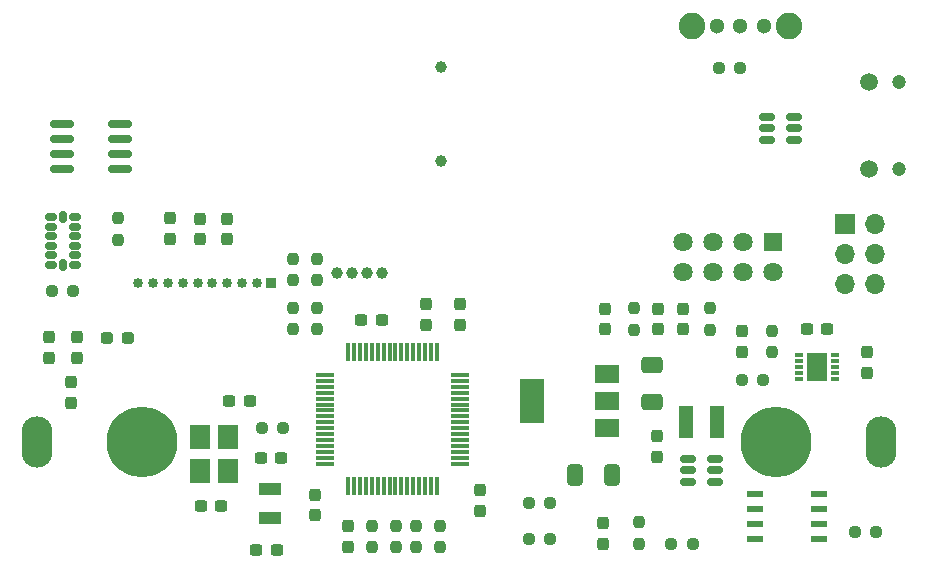
<source format=gbr>
%TF.GenerationSoftware,KiCad,Pcbnew,7.0.8*%
%TF.CreationDate,2023-11-09T17:42:37+01:00*%
%TF.ProjectId,Suspension_telemetry,53757370-656e-4736-996f-6e5f74656c65,rev?*%
%TF.SameCoordinates,Original*%
%TF.FileFunction,Soldermask,Bot*%
%TF.FilePolarity,Negative*%
%FSLAX46Y46*%
G04 Gerber Fmt 4.6, Leading zero omitted, Abs format (unit mm)*
G04 Created by KiCad (PCBNEW 7.0.8) date 2023-11-09 17:42:37*
%MOMM*%
%LPD*%
G01*
G04 APERTURE LIST*
G04 Aperture macros list*
%AMRoundRect*
0 Rectangle with rounded corners*
0 $1 Rounding radius*
0 $2 $3 $4 $5 $6 $7 $8 $9 X,Y pos of 4 corners*
0 Add a 4 corners polygon primitive as box body*
4,1,4,$2,$3,$4,$5,$6,$7,$8,$9,$2,$3,0*
0 Add four circle primitives for the rounded corners*
1,1,$1+$1,$2,$3*
1,1,$1+$1,$4,$5*
1,1,$1+$1,$6,$7*
1,1,$1+$1,$8,$9*
0 Add four rect primitives between the rounded corners*
20,1,$1+$1,$2,$3,$4,$5,0*
20,1,$1+$1,$4,$5,$6,$7,0*
20,1,$1+$1,$6,$7,$8,$9,0*
20,1,$1+$1,$8,$9,$2,$3,0*%
G04 Aperture macros list end*
%ADD10RoundRect,0.237500X-0.237500X0.250000X-0.237500X-0.250000X0.237500X-0.250000X0.237500X0.250000X0*%
%ADD11R,1.460500X0.558800*%
%ADD12R,0.850000X0.850000*%
%ADD13C,0.850000*%
%ADD14R,0.800000X0.300000*%
%ADD15R,1.750000X2.450000*%
%ADD16C,1.300000*%
%ADD17C,2.250000*%
%ADD18R,1.700000X1.700000*%
%ADD19O,1.700000X1.700000*%
%ADD20C,1.504000*%
%ADD21C,1.204000*%
%ADD22C,1.000000*%
%ADD23C,6.000000*%
%ADD24O,2.604000X4.344000*%
%ADD25R,1.635000X1.635000*%
%ADD26C,1.635000*%
%ADD27RoundRect,0.250000X-0.412500X-0.650000X0.412500X-0.650000X0.412500X0.650000X-0.412500X0.650000X0*%
%ADD28RoundRect,0.237500X-0.237500X0.287500X-0.237500X-0.287500X0.237500X-0.287500X0.237500X0.287500X0*%
%ADD29RoundRect,0.237500X0.250000X0.237500X-0.250000X0.237500X-0.250000X-0.237500X0.250000X-0.237500X0*%
%ADD30RoundRect,0.237500X0.237500X-0.250000X0.237500X0.250000X-0.237500X0.250000X-0.237500X-0.250000X0*%
%ADD31R,2.000000X1.500000*%
%ADD32R,2.000000X3.800000*%
%ADD33RoundRect,0.150000X0.512500X0.150000X-0.512500X0.150000X-0.512500X-0.150000X0.512500X-0.150000X0*%
%ADD34R,1.800000X2.100000*%
%ADD35RoundRect,0.237500X-0.300000X-0.237500X0.300000X-0.237500X0.300000X0.237500X-0.300000X0.237500X0*%
%ADD36R,1.205000X2.700000*%
%ADD37RoundRect,0.237500X-0.237500X0.300000X-0.237500X-0.300000X0.237500X-0.300000X0.237500X0.300000X0*%
%ADD38RoundRect,0.250000X0.650000X-0.412500X0.650000X0.412500X-0.650000X0.412500X-0.650000X-0.412500X0*%
%ADD39RoundRect,0.150000X-0.825000X-0.150000X0.825000X-0.150000X0.825000X0.150000X-0.825000X0.150000X0*%
%ADD40RoundRect,0.237500X0.237500X-0.300000X0.237500X0.300000X-0.237500X0.300000X-0.237500X-0.300000X0*%
%ADD41RoundRect,0.237500X0.237500X-0.287500X0.237500X0.287500X-0.237500X0.287500X-0.237500X-0.287500X0*%
%ADD42R,1.900000X1.100000*%
%ADD43RoundRect,0.237500X0.300000X0.237500X-0.300000X0.237500X-0.300000X-0.237500X0.300000X-0.237500X0*%
%ADD44RoundRect,0.237500X0.287500X0.237500X-0.287500X0.237500X-0.287500X-0.237500X0.287500X-0.237500X0*%
%ADD45RoundRect,0.075000X-0.700000X-0.075000X0.700000X-0.075000X0.700000X0.075000X-0.700000X0.075000X0*%
%ADD46RoundRect,0.075000X-0.075000X-0.700000X0.075000X-0.700000X0.075000X0.700000X-0.075000X0.700000X0*%
%ADD47RoundRect,0.150000X0.325000X0.150000X-0.325000X0.150000X-0.325000X-0.150000X0.325000X-0.150000X0*%
%ADD48RoundRect,0.150000X0.150000X0.325000X-0.150000X0.325000X-0.150000X-0.325000X0.150000X-0.325000X0*%
%ADD49RoundRect,0.237500X-0.250000X-0.237500X0.250000X-0.237500X0.250000X0.237500X-0.250000X0.237500X0*%
%ADD50RoundRect,0.150000X-0.512500X-0.150000X0.512500X-0.150000X0.512500X0.150000X-0.512500X0.150000X0*%
G04 APERTURE END LIST*
D10*
%TO.C,R23*%
X106172000Y-116943500D03*
X106172000Y-118768500D03*
%TD*%
%TO.C,R20*%
X104140000Y-116943500D03*
X104140000Y-118768500D03*
%TD*%
D11*
%TO.C,Q1*%
X138244550Y-114300000D03*
X138244550Y-115570000D03*
X138244550Y-116840000D03*
X138244550Y-118110000D03*
X132796250Y-118110000D03*
X132796250Y-116840000D03*
X132796250Y-115570000D03*
X132796250Y-114300000D03*
%TD*%
D12*
%TO.C,J4*%
X91862200Y-96442000D03*
D13*
X90612200Y-96442000D03*
X89362200Y-96442000D03*
X88112200Y-96442000D03*
X86862200Y-96442000D03*
X85612200Y-96442000D03*
X84362200Y-96442000D03*
X83112200Y-96442000D03*
X81862200Y-96442000D03*
X80612200Y-96442000D03*
%TD*%
D14*
%TO.C,IC1*%
X139560400Y-102505000D03*
X139560400Y-103005000D03*
X139560400Y-103505000D03*
X139560400Y-104005000D03*
X139560400Y-104505000D03*
X136560400Y-104505000D03*
X136560400Y-104005000D03*
X136560400Y-103505000D03*
X136560400Y-103005000D03*
X136560400Y-102505000D03*
D15*
X138060400Y-103505000D03*
%TD*%
D16*
%TO.C,S1*%
X133572000Y-74676000D03*
X131572000Y-74676000D03*
X129572000Y-74676000D03*
D17*
X135672000Y-74676000D03*
X127472000Y-74676000D03*
%TD*%
D18*
%TO.C,J7*%
X140468400Y-91455000D03*
D19*
X143008400Y-91455000D03*
X140468400Y-93995000D03*
X143008400Y-93995000D03*
X140468400Y-96535000D03*
X143008400Y-96535000D03*
%TD*%
D20*
%TO.C,J1*%
X142494000Y-86758000D03*
X142494000Y-79358000D03*
D21*
X144994000Y-86758000D03*
X144994000Y-79358000D03*
%TD*%
D22*
%TO.C,J3*%
X106183400Y-78106000D03*
X106183400Y-86106000D03*
%TD*%
D23*
%TO.C,BT2*%
X134610400Y-109855000D03*
X80910400Y-109855000D03*
D24*
X143460400Y-109855000D03*
X72060400Y-109855000D03*
%TD*%
D22*
%TO.C,J2*%
X97450400Y-95562000D03*
X98700400Y-95562000D03*
X99950400Y-95562000D03*
X101200400Y-95562000D03*
%TD*%
D25*
%TO.C,J5*%
X134366000Y-92964000D03*
D26*
X134366000Y-95504000D03*
X131826000Y-92964000D03*
X131826000Y-95504000D03*
X129286000Y-92964000D03*
X129286000Y-95504000D03*
X126746000Y-92964000D03*
X126746000Y-95504000D03*
%TD*%
D10*
%TO.C,R22*%
X95758000Y-94337500D03*
X95758000Y-96162500D03*
%TD*%
D27*
%TO.C,C9*%
X117574900Y-112674400D03*
X120699900Y-112674400D03*
%TD*%
D28*
%TO.C,L2*%
X83312000Y-90946000D03*
X83312000Y-92696000D03*
%TD*%
D29*
%TO.C,R7*%
X115477900Y-118110000D03*
X113652900Y-118110000D03*
%TD*%
D30*
%TO.C,R27*%
X122555000Y-100380000D03*
X122555000Y-98555000D03*
%TD*%
%TO.C,R24*%
X93726000Y-96162500D03*
X93726000Y-94337500D03*
%TD*%
D29*
%TO.C,R10*%
X75097900Y-97074200D03*
X73272900Y-97074200D03*
%TD*%
D30*
%TO.C,R1*%
X134250400Y-102258500D03*
X134250400Y-100433500D03*
%TD*%
D31*
%TO.C,U3*%
X120255400Y-104126000D03*
X120255400Y-106426000D03*
D32*
X113955400Y-106426000D03*
D31*
X120255400Y-108726000D03*
%TD*%
D33*
%TO.C,U2*%
X129418900Y-111318000D03*
X129418900Y-112268000D03*
X129418900Y-113218000D03*
X127143900Y-113218000D03*
X127143900Y-112268000D03*
X127143900Y-111318000D03*
%TD*%
D34*
%TO.C,Y1*%
X85856400Y-112321000D03*
X85856400Y-109421000D03*
X88156400Y-109421000D03*
X88156400Y-112321000D03*
%TD*%
D35*
%TO.C,C14*%
X99478900Y-99568000D03*
X101203900Y-99568000D03*
%TD*%
D36*
%TO.C,L1*%
X126978900Y-108204000D03*
X129583900Y-108204000D03*
%TD*%
D37*
%TO.C,C12*%
X109485400Y-113945500D03*
X109485400Y-115670500D03*
%TD*%
D38*
%TO.C,C8*%
X124090400Y-106464500D03*
X124090400Y-103339500D03*
%TD*%
D39*
%TO.C,U6*%
X74106000Y-86741000D03*
X74106000Y-85471000D03*
X74106000Y-84201000D03*
X74106000Y-82931000D03*
X79056000Y-82931000D03*
X79056000Y-84201000D03*
X79056000Y-85471000D03*
X79056000Y-86741000D03*
%TD*%
D10*
%TO.C,R2*%
X122947400Y-116658500D03*
X122947400Y-118483500D03*
%TD*%
D35*
%TO.C,C1*%
X137197900Y-100330000D03*
X138922900Y-100330000D03*
%TD*%
D40*
%TO.C,C18*%
X88138000Y-92683500D03*
X88138000Y-90958500D03*
%TD*%
D41*
%TO.C,D2*%
X131710400Y-102221000D03*
X131710400Y-100471000D03*
%TD*%
D42*
%TO.C,Y2*%
X91705400Y-116312000D03*
X91705400Y-113812000D03*
%TD*%
D43*
%TO.C,C24*%
X92694900Y-111252000D03*
X90969900Y-111252000D03*
%TD*%
D40*
%TO.C,C6*%
X142251400Y-103986500D03*
X142251400Y-102261500D03*
%TD*%
D37*
%TO.C,C2*%
X124471400Y-109373500D03*
X124471400Y-111098500D03*
%TD*%
D29*
%TO.C,R4*%
X133511900Y-104648000D03*
X131686900Y-104648000D03*
%TD*%
D44*
%TO.C,L3*%
X79728000Y-101092000D03*
X77978000Y-101092000D03*
%TD*%
D37*
%TO.C,C13*%
X98309400Y-116993500D03*
X98309400Y-118718500D03*
%TD*%
D10*
%TO.C,R25*%
X93726000Y-98505000D03*
X93726000Y-100330000D03*
%TD*%
D45*
%TO.C,U1*%
X96444400Y-111700000D03*
X96444400Y-111200000D03*
X96444400Y-110700000D03*
X96444400Y-110200000D03*
X96444400Y-109700000D03*
X96444400Y-109200000D03*
X96444400Y-108700000D03*
X96444400Y-108200000D03*
X96444400Y-107700000D03*
X96444400Y-107200000D03*
X96444400Y-106700000D03*
X96444400Y-106200000D03*
X96444400Y-105700000D03*
X96444400Y-105200000D03*
X96444400Y-104700000D03*
X96444400Y-104200000D03*
D46*
X98369400Y-102275000D03*
X98869400Y-102275000D03*
X99369400Y-102275000D03*
X99869400Y-102275000D03*
X100369400Y-102275000D03*
X100869400Y-102275000D03*
X101369400Y-102275000D03*
X101869400Y-102275000D03*
X102369400Y-102275000D03*
X102869400Y-102275000D03*
X103369400Y-102275000D03*
X103869400Y-102275000D03*
X104369400Y-102275000D03*
X104869400Y-102275000D03*
X105369400Y-102275000D03*
X105869400Y-102275000D03*
D45*
X107794400Y-104200000D03*
X107794400Y-104700000D03*
X107794400Y-105200000D03*
X107794400Y-105700000D03*
X107794400Y-106200000D03*
X107794400Y-106700000D03*
X107794400Y-107200000D03*
X107794400Y-107700000D03*
X107794400Y-108200000D03*
X107794400Y-108700000D03*
X107794400Y-109200000D03*
X107794400Y-109700000D03*
X107794400Y-110200000D03*
X107794400Y-110700000D03*
X107794400Y-111200000D03*
X107794400Y-111700000D03*
D46*
X105869400Y-113625000D03*
X105369400Y-113625000D03*
X104869400Y-113625000D03*
X104369400Y-113625000D03*
X103869400Y-113625000D03*
X103369400Y-113625000D03*
X102869400Y-113625000D03*
X102369400Y-113625000D03*
X101869400Y-113625000D03*
X101369400Y-113625000D03*
X100869400Y-113625000D03*
X100369400Y-113625000D03*
X99869400Y-113625000D03*
X99369400Y-113625000D03*
X98869400Y-113625000D03*
X98369400Y-113625000D03*
%TD*%
D30*
%TO.C,R29*%
X129032000Y-100380000D03*
X129032000Y-98555000D03*
%TD*%
D40*
%TO.C,C15*%
X107823000Y-99922500D03*
X107823000Y-98197500D03*
%TD*%
D29*
%TO.C,R3*%
X127531500Y-118491000D03*
X125706500Y-118491000D03*
%TD*%
D10*
%TO.C,R19*%
X78867000Y-90908500D03*
X78867000Y-92733500D03*
%TD*%
D37*
%TO.C,C5*%
X120142000Y-98605000D03*
X120142000Y-100330000D03*
%TD*%
D47*
%TO.C,U4*%
X75195400Y-90856000D03*
X75195400Y-91656000D03*
X75195400Y-92456000D03*
X75195400Y-93256000D03*
X75195400Y-94056000D03*
X75195400Y-94856000D03*
D48*
X74195400Y-94856000D03*
D47*
X73195400Y-94856000D03*
X73195400Y-94056000D03*
X73195400Y-93256000D03*
X73195400Y-92456000D03*
X73195400Y-91656000D03*
X73195400Y-90856000D03*
D48*
X74195400Y-90856000D03*
%TD*%
D35*
%TO.C,C19*%
X88302900Y-106426000D03*
X90027900Y-106426000D03*
%TD*%
D10*
%TO.C,R12*%
X100341400Y-116943500D03*
X100341400Y-118768500D03*
%TD*%
D37*
%TO.C,C4*%
X124587000Y-98605000D03*
X124587000Y-100330000D03*
%TD*%
D40*
%TO.C,C3*%
X119899400Y-118464500D03*
X119899400Y-116739500D03*
%TD*%
D37*
%TO.C,C26*%
X75438000Y-100991500D03*
X75438000Y-102716500D03*
%TD*%
%TO.C,C10*%
X74930000Y-104801500D03*
X74930000Y-106526500D03*
%TD*%
D29*
%TO.C,R8*%
X92871900Y-108712000D03*
X91046900Y-108712000D03*
%TD*%
D37*
%TO.C,C7*%
X126746000Y-98605000D03*
X126746000Y-100330000D03*
%TD*%
D40*
%TO.C,C17*%
X85852000Y-92683500D03*
X85852000Y-90958500D03*
%TD*%
D10*
%TO.C,R11*%
X102373400Y-116943500D03*
X102373400Y-118768500D03*
%TD*%
D43*
%TO.C,C23*%
X92313900Y-118999000D03*
X90588900Y-118999000D03*
%TD*%
D29*
%TO.C,R5*%
X143060400Y-117475000D03*
X141235400Y-117475000D03*
%TD*%
D49*
%TO.C,R6*%
X113652900Y-115062000D03*
X115477900Y-115062000D03*
%TD*%
D37*
%TO.C,C27*%
X73025000Y-100991500D03*
X73025000Y-102716500D03*
%TD*%
%TO.C,C16*%
X95515400Y-114326500D03*
X95515400Y-116051500D03*
%TD*%
D10*
%TO.C,R21*%
X95758000Y-98505000D03*
X95758000Y-100330000D03*
%TD*%
D29*
%TO.C,R9*%
X131559500Y-78232000D03*
X129734500Y-78232000D03*
%TD*%
D50*
%TO.C,U5*%
X133863500Y-84262000D03*
X133863500Y-83312000D03*
X133863500Y-82362000D03*
X136138500Y-82362000D03*
X136138500Y-83312000D03*
X136138500Y-84262000D03*
%TD*%
D40*
%TO.C,C22*%
X104913400Y-99922500D03*
X104913400Y-98197500D03*
%TD*%
D35*
%TO.C,C20*%
X85889900Y-115316000D03*
X87614900Y-115316000D03*
%TD*%
M02*

</source>
